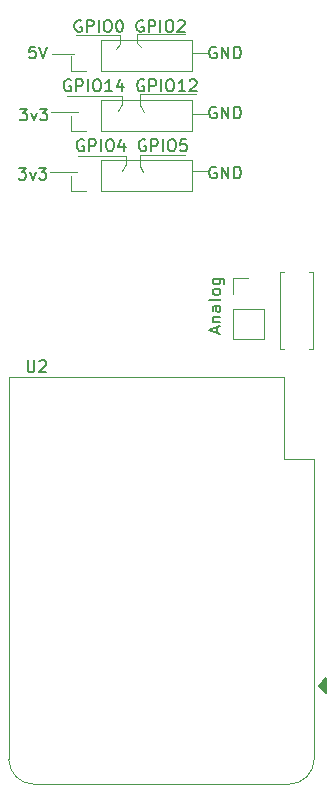
<source format=gbr>
%TF.GenerationSoftware,KiCad,Pcbnew,8.0.5*%
%TF.CreationDate,2024-11-16T19:04:16+01:00*%
%TF.ProjectId,esp8266-expansion-board,65737038-3236-4362-9d65-7870616e7369,rev?*%
%TF.SameCoordinates,Original*%
%TF.FileFunction,Legend,Top*%
%TF.FilePolarity,Positive*%
%FSLAX46Y46*%
G04 Gerber Fmt 4.6, Leading zero omitted, Abs format (unit mm)*
G04 Created by KiCad (PCBNEW 8.0.5) date 2024-11-16 19:04:16*
%MOMM*%
%LPD*%
G01*
G04 APERTURE LIST*
%ADD10C,0.100000*%
%ADD11C,0.150000*%
%ADD12C,0.120000*%
G04 APERTURE END LIST*
D10*
X62962307Y-45091664D02*
X65233937Y-45091664D01*
X76251535Y-45020615D02*
X74981672Y-45013117D01*
X68907631Y-34197463D02*
X68538864Y-34689426D01*
X69391240Y-44427979D02*
X69027290Y-45010298D01*
X69041654Y-38671571D02*
X69041654Y-39309093D01*
X64381146Y-38671571D02*
X69041654Y-38671571D01*
X63127186Y-35101994D02*
X64994906Y-35101994D01*
X70346150Y-34142135D02*
X70659673Y-34510986D01*
X65355040Y-43732114D02*
X69390512Y-43705910D01*
X68907631Y-33459761D02*
X68907631Y-34197463D01*
X65163792Y-33459761D02*
X68907631Y-33459761D01*
X74421749Y-43627297D02*
X70595912Y-43627297D01*
X74403512Y-33385991D02*
X70327707Y-33385991D01*
X70595912Y-44518245D02*
X70857956Y-45042332D01*
X63032217Y-40008717D02*
X65343855Y-39998813D01*
X70595912Y-43627297D02*
X70595912Y-44518245D01*
X76272789Y-34998783D02*
X75002926Y-34991285D01*
X69041654Y-39309093D02*
X68733884Y-39880665D01*
X69390512Y-43705910D02*
X69391240Y-44427979D01*
X70558517Y-39419011D02*
X70954220Y-39946616D01*
X75350925Y-38495703D02*
X70558517Y-38495703D01*
X70558517Y-38495703D02*
X70558517Y-39419011D01*
X76263609Y-40135065D02*
X74993746Y-40127567D01*
X70327707Y-33385991D02*
X70346150Y-34142135D01*
D11*
X77014118Y-39578640D02*
X76918880Y-39531021D01*
X76918880Y-39531021D02*
X76776023Y-39531021D01*
X76776023Y-39531021D02*
X76633166Y-39578640D01*
X76633166Y-39578640D02*
X76537928Y-39673878D01*
X76537928Y-39673878D02*
X76490309Y-39769116D01*
X76490309Y-39769116D02*
X76442690Y-39959592D01*
X76442690Y-39959592D02*
X76442690Y-40102449D01*
X76442690Y-40102449D02*
X76490309Y-40292925D01*
X76490309Y-40292925D02*
X76537928Y-40388163D01*
X76537928Y-40388163D02*
X76633166Y-40483402D01*
X76633166Y-40483402D02*
X76776023Y-40531021D01*
X76776023Y-40531021D02*
X76871261Y-40531021D01*
X76871261Y-40531021D02*
X77014118Y-40483402D01*
X77014118Y-40483402D02*
X77061737Y-40435782D01*
X77061737Y-40435782D02*
X77061737Y-40102449D01*
X77061737Y-40102449D02*
X76871261Y-40102449D01*
X77490309Y-40531021D02*
X77490309Y-39531021D01*
X77490309Y-39531021D02*
X78061737Y-40531021D01*
X78061737Y-40531021D02*
X78061737Y-39531021D01*
X78537928Y-40531021D02*
X78537928Y-39531021D01*
X78537928Y-39531021D02*
X78776023Y-39531021D01*
X78776023Y-39531021D02*
X78918880Y-39578640D01*
X78918880Y-39578640D02*
X79014118Y-39673878D01*
X79014118Y-39673878D02*
X79061737Y-39769116D01*
X79061737Y-39769116D02*
X79109356Y-39959592D01*
X79109356Y-39959592D02*
X79109356Y-40102449D01*
X79109356Y-40102449D02*
X79061737Y-40292925D01*
X79061737Y-40292925D02*
X79014118Y-40388163D01*
X79014118Y-40388163D02*
X78918880Y-40483402D01*
X78918880Y-40483402D02*
X78776023Y-40531021D01*
X78776023Y-40531021D02*
X78537928Y-40531021D01*
X60309103Y-44706601D02*
X60928150Y-44706601D01*
X60928150Y-44706601D02*
X60594817Y-45087553D01*
X60594817Y-45087553D02*
X60737674Y-45087553D01*
X60737674Y-45087553D02*
X60832912Y-45135172D01*
X60832912Y-45135172D02*
X60880531Y-45182791D01*
X60880531Y-45182791D02*
X60928150Y-45278029D01*
X60928150Y-45278029D02*
X60928150Y-45516124D01*
X60928150Y-45516124D02*
X60880531Y-45611362D01*
X60880531Y-45611362D02*
X60832912Y-45658982D01*
X60832912Y-45658982D02*
X60737674Y-45706601D01*
X60737674Y-45706601D02*
X60451960Y-45706601D01*
X60451960Y-45706601D02*
X60356722Y-45658982D01*
X60356722Y-45658982D02*
X60309103Y-45611362D01*
X61261484Y-45039934D02*
X61499579Y-45706601D01*
X61499579Y-45706601D02*
X61737674Y-45039934D01*
X62023389Y-44706601D02*
X62642436Y-44706601D01*
X62642436Y-44706601D02*
X62309103Y-45087553D01*
X62309103Y-45087553D02*
X62451960Y-45087553D01*
X62451960Y-45087553D02*
X62547198Y-45135172D01*
X62547198Y-45135172D02*
X62594817Y-45182791D01*
X62594817Y-45182791D02*
X62642436Y-45278029D01*
X62642436Y-45278029D02*
X62642436Y-45516124D01*
X62642436Y-45516124D02*
X62594817Y-45611362D01*
X62594817Y-45611362D02*
X62547198Y-45658982D01*
X62547198Y-45658982D02*
X62451960Y-45706601D01*
X62451960Y-45706601D02*
X62166246Y-45706601D01*
X62166246Y-45706601D02*
X62071008Y-45658982D01*
X62071008Y-45658982D02*
X62023389Y-45611362D01*
X65796600Y-42345720D02*
X65701362Y-42298101D01*
X65701362Y-42298101D02*
X65558505Y-42298101D01*
X65558505Y-42298101D02*
X65415648Y-42345720D01*
X65415648Y-42345720D02*
X65320410Y-42440958D01*
X65320410Y-42440958D02*
X65272791Y-42536196D01*
X65272791Y-42536196D02*
X65225172Y-42726672D01*
X65225172Y-42726672D02*
X65225172Y-42869529D01*
X65225172Y-42869529D02*
X65272791Y-43060005D01*
X65272791Y-43060005D02*
X65320410Y-43155243D01*
X65320410Y-43155243D02*
X65415648Y-43250482D01*
X65415648Y-43250482D02*
X65558505Y-43298101D01*
X65558505Y-43298101D02*
X65653743Y-43298101D01*
X65653743Y-43298101D02*
X65796600Y-43250482D01*
X65796600Y-43250482D02*
X65844219Y-43202862D01*
X65844219Y-43202862D02*
X65844219Y-42869529D01*
X65844219Y-42869529D02*
X65653743Y-42869529D01*
X66272791Y-43298101D02*
X66272791Y-42298101D01*
X66272791Y-42298101D02*
X66653743Y-42298101D01*
X66653743Y-42298101D02*
X66748981Y-42345720D01*
X66748981Y-42345720D02*
X66796600Y-42393339D01*
X66796600Y-42393339D02*
X66844219Y-42488577D01*
X66844219Y-42488577D02*
X66844219Y-42631434D01*
X66844219Y-42631434D02*
X66796600Y-42726672D01*
X66796600Y-42726672D02*
X66748981Y-42774291D01*
X66748981Y-42774291D02*
X66653743Y-42821910D01*
X66653743Y-42821910D02*
X66272791Y-42821910D01*
X67272791Y-43298101D02*
X67272791Y-42298101D01*
X67939457Y-42298101D02*
X68129933Y-42298101D01*
X68129933Y-42298101D02*
X68225171Y-42345720D01*
X68225171Y-42345720D02*
X68320409Y-42440958D01*
X68320409Y-42440958D02*
X68368028Y-42631434D01*
X68368028Y-42631434D02*
X68368028Y-42964767D01*
X68368028Y-42964767D02*
X68320409Y-43155243D01*
X68320409Y-43155243D02*
X68225171Y-43250482D01*
X68225171Y-43250482D02*
X68129933Y-43298101D01*
X68129933Y-43298101D02*
X67939457Y-43298101D01*
X67939457Y-43298101D02*
X67844219Y-43250482D01*
X67844219Y-43250482D02*
X67748981Y-43155243D01*
X67748981Y-43155243D02*
X67701362Y-42964767D01*
X67701362Y-42964767D02*
X67701362Y-42631434D01*
X67701362Y-42631434D02*
X67748981Y-42440958D01*
X67748981Y-42440958D02*
X67844219Y-42345720D01*
X67844219Y-42345720D02*
X67939457Y-42298101D01*
X69225171Y-42631434D02*
X69225171Y-43298101D01*
X68987076Y-42250482D02*
X68748981Y-42964767D01*
X68748981Y-42964767D02*
X69368028Y-42964767D01*
X71034695Y-42345720D02*
X70939457Y-42298101D01*
X70939457Y-42298101D02*
X70796600Y-42298101D01*
X70796600Y-42298101D02*
X70653743Y-42345720D01*
X70653743Y-42345720D02*
X70558505Y-42440958D01*
X70558505Y-42440958D02*
X70510886Y-42536196D01*
X70510886Y-42536196D02*
X70463267Y-42726672D01*
X70463267Y-42726672D02*
X70463267Y-42869529D01*
X70463267Y-42869529D02*
X70510886Y-43060005D01*
X70510886Y-43060005D02*
X70558505Y-43155243D01*
X70558505Y-43155243D02*
X70653743Y-43250482D01*
X70653743Y-43250482D02*
X70796600Y-43298101D01*
X70796600Y-43298101D02*
X70891838Y-43298101D01*
X70891838Y-43298101D02*
X71034695Y-43250482D01*
X71034695Y-43250482D02*
X71082314Y-43202862D01*
X71082314Y-43202862D02*
X71082314Y-42869529D01*
X71082314Y-42869529D02*
X70891838Y-42869529D01*
X71510886Y-43298101D02*
X71510886Y-42298101D01*
X71510886Y-42298101D02*
X71891838Y-42298101D01*
X71891838Y-42298101D02*
X71987076Y-42345720D01*
X71987076Y-42345720D02*
X72034695Y-42393339D01*
X72034695Y-42393339D02*
X72082314Y-42488577D01*
X72082314Y-42488577D02*
X72082314Y-42631434D01*
X72082314Y-42631434D02*
X72034695Y-42726672D01*
X72034695Y-42726672D02*
X71987076Y-42774291D01*
X71987076Y-42774291D02*
X71891838Y-42821910D01*
X71891838Y-42821910D02*
X71510886Y-42821910D01*
X72510886Y-43298101D02*
X72510886Y-42298101D01*
X73177552Y-42298101D02*
X73368028Y-42298101D01*
X73368028Y-42298101D02*
X73463266Y-42345720D01*
X73463266Y-42345720D02*
X73558504Y-42440958D01*
X73558504Y-42440958D02*
X73606123Y-42631434D01*
X73606123Y-42631434D02*
X73606123Y-42964767D01*
X73606123Y-42964767D02*
X73558504Y-43155243D01*
X73558504Y-43155243D02*
X73463266Y-43250482D01*
X73463266Y-43250482D02*
X73368028Y-43298101D01*
X73368028Y-43298101D02*
X73177552Y-43298101D01*
X73177552Y-43298101D02*
X73082314Y-43250482D01*
X73082314Y-43250482D02*
X72987076Y-43155243D01*
X72987076Y-43155243D02*
X72939457Y-42964767D01*
X72939457Y-42964767D02*
X72939457Y-42631434D01*
X72939457Y-42631434D02*
X72987076Y-42440958D01*
X72987076Y-42440958D02*
X73082314Y-42345720D01*
X73082314Y-42345720D02*
X73177552Y-42298101D01*
X74510885Y-42298101D02*
X74034695Y-42298101D01*
X74034695Y-42298101D02*
X73987076Y-42774291D01*
X73987076Y-42774291D02*
X74034695Y-42726672D01*
X74034695Y-42726672D02*
X74129933Y-42679053D01*
X74129933Y-42679053D02*
X74368028Y-42679053D01*
X74368028Y-42679053D02*
X74463266Y-42726672D01*
X74463266Y-42726672D02*
X74510885Y-42774291D01*
X74510885Y-42774291D02*
X74558504Y-42869529D01*
X74558504Y-42869529D02*
X74558504Y-43107624D01*
X74558504Y-43107624D02*
X74510885Y-43202862D01*
X74510885Y-43202862D02*
X74463266Y-43250482D01*
X74463266Y-43250482D02*
X74368028Y-43298101D01*
X74368028Y-43298101D02*
X74129933Y-43298101D01*
X74129933Y-43298101D02*
X74034695Y-43250482D01*
X74034695Y-43250482D02*
X73987076Y-43202862D01*
X65597891Y-32257562D02*
X65502653Y-32209943D01*
X65502653Y-32209943D02*
X65359796Y-32209943D01*
X65359796Y-32209943D02*
X65216939Y-32257562D01*
X65216939Y-32257562D02*
X65121701Y-32352800D01*
X65121701Y-32352800D02*
X65074082Y-32448038D01*
X65074082Y-32448038D02*
X65026463Y-32638514D01*
X65026463Y-32638514D02*
X65026463Y-32781371D01*
X65026463Y-32781371D02*
X65074082Y-32971847D01*
X65074082Y-32971847D02*
X65121701Y-33067085D01*
X65121701Y-33067085D02*
X65216939Y-33162324D01*
X65216939Y-33162324D02*
X65359796Y-33209943D01*
X65359796Y-33209943D02*
X65455034Y-33209943D01*
X65455034Y-33209943D02*
X65597891Y-33162324D01*
X65597891Y-33162324D02*
X65645510Y-33114704D01*
X65645510Y-33114704D02*
X65645510Y-32781371D01*
X65645510Y-32781371D02*
X65455034Y-32781371D01*
X66074082Y-33209943D02*
X66074082Y-32209943D01*
X66074082Y-32209943D02*
X66455034Y-32209943D01*
X66455034Y-32209943D02*
X66550272Y-32257562D01*
X66550272Y-32257562D02*
X66597891Y-32305181D01*
X66597891Y-32305181D02*
X66645510Y-32400419D01*
X66645510Y-32400419D02*
X66645510Y-32543276D01*
X66645510Y-32543276D02*
X66597891Y-32638514D01*
X66597891Y-32638514D02*
X66550272Y-32686133D01*
X66550272Y-32686133D02*
X66455034Y-32733752D01*
X66455034Y-32733752D02*
X66074082Y-32733752D01*
X67074082Y-33209943D02*
X67074082Y-32209943D01*
X67740748Y-32209943D02*
X67931224Y-32209943D01*
X67931224Y-32209943D02*
X68026462Y-32257562D01*
X68026462Y-32257562D02*
X68121700Y-32352800D01*
X68121700Y-32352800D02*
X68169319Y-32543276D01*
X68169319Y-32543276D02*
X68169319Y-32876609D01*
X68169319Y-32876609D02*
X68121700Y-33067085D01*
X68121700Y-33067085D02*
X68026462Y-33162324D01*
X68026462Y-33162324D02*
X67931224Y-33209943D01*
X67931224Y-33209943D02*
X67740748Y-33209943D01*
X67740748Y-33209943D02*
X67645510Y-33162324D01*
X67645510Y-33162324D02*
X67550272Y-33067085D01*
X67550272Y-33067085D02*
X67502653Y-32876609D01*
X67502653Y-32876609D02*
X67502653Y-32543276D01*
X67502653Y-32543276D02*
X67550272Y-32352800D01*
X67550272Y-32352800D02*
X67645510Y-32257562D01*
X67645510Y-32257562D02*
X67740748Y-32209943D01*
X68788367Y-32209943D02*
X68883605Y-32209943D01*
X68883605Y-32209943D02*
X68978843Y-32257562D01*
X68978843Y-32257562D02*
X69026462Y-32305181D01*
X69026462Y-32305181D02*
X69074081Y-32400419D01*
X69074081Y-32400419D02*
X69121700Y-32590895D01*
X69121700Y-32590895D02*
X69121700Y-32828990D01*
X69121700Y-32828990D02*
X69074081Y-33019466D01*
X69074081Y-33019466D02*
X69026462Y-33114704D01*
X69026462Y-33114704D02*
X68978843Y-33162324D01*
X68978843Y-33162324D02*
X68883605Y-33209943D01*
X68883605Y-33209943D02*
X68788367Y-33209943D01*
X68788367Y-33209943D02*
X68693129Y-33162324D01*
X68693129Y-33162324D02*
X68645510Y-33114704D01*
X68645510Y-33114704D02*
X68597891Y-33019466D01*
X68597891Y-33019466D02*
X68550272Y-32828990D01*
X68550272Y-32828990D02*
X68550272Y-32590895D01*
X68550272Y-32590895D02*
X68597891Y-32400419D01*
X68597891Y-32400419D02*
X68645510Y-32305181D01*
X68645510Y-32305181D02*
X68693129Y-32257562D01*
X68693129Y-32257562D02*
X68788367Y-32209943D01*
X70835986Y-32257562D02*
X70740748Y-32209943D01*
X70740748Y-32209943D02*
X70597891Y-32209943D01*
X70597891Y-32209943D02*
X70455034Y-32257562D01*
X70455034Y-32257562D02*
X70359796Y-32352800D01*
X70359796Y-32352800D02*
X70312177Y-32448038D01*
X70312177Y-32448038D02*
X70264558Y-32638514D01*
X70264558Y-32638514D02*
X70264558Y-32781371D01*
X70264558Y-32781371D02*
X70312177Y-32971847D01*
X70312177Y-32971847D02*
X70359796Y-33067085D01*
X70359796Y-33067085D02*
X70455034Y-33162324D01*
X70455034Y-33162324D02*
X70597891Y-33209943D01*
X70597891Y-33209943D02*
X70693129Y-33209943D01*
X70693129Y-33209943D02*
X70835986Y-33162324D01*
X70835986Y-33162324D02*
X70883605Y-33114704D01*
X70883605Y-33114704D02*
X70883605Y-32781371D01*
X70883605Y-32781371D02*
X70693129Y-32781371D01*
X71312177Y-33209943D02*
X71312177Y-32209943D01*
X71312177Y-32209943D02*
X71693129Y-32209943D01*
X71693129Y-32209943D02*
X71788367Y-32257562D01*
X71788367Y-32257562D02*
X71835986Y-32305181D01*
X71835986Y-32305181D02*
X71883605Y-32400419D01*
X71883605Y-32400419D02*
X71883605Y-32543276D01*
X71883605Y-32543276D02*
X71835986Y-32638514D01*
X71835986Y-32638514D02*
X71788367Y-32686133D01*
X71788367Y-32686133D02*
X71693129Y-32733752D01*
X71693129Y-32733752D02*
X71312177Y-32733752D01*
X72312177Y-33209943D02*
X72312177Y-32209943D01*
X72978843Y-32209943D02*
X73169319Y-32209943D01*
X73169319Y-32209943D02*
X73264557Y-32257562D01*
X73264557Y-32257562D02*
X73359795Y-32352800D01*
X73359795Y-32352800D02*
X73407414Y-32543276D01*
X73407414Y-32543276D02*
X73407414Y-32876609D01*
X73407414Y-32876609D02*
X73359795Y-33067085D01*
X73359795Y-33067085D02*
X73264557Y-33162324D01*
X73264557Y-33162324D02*
X73169319Y-33209943D01*
X73169319Y-33209943D02*
X72978843Y-33209943D01*
X72978843Y-33209943D02*
X72883605Y-33162324D01*
X72883605Y-33162324D02*
X72788367Y-33067085D01*
X72788367Y-33067085D02*
X72740748Y-32876609D01*
X72740748Y-32876609D02*
X72740748Y-32543276D01*
X72740748Y-32543276D02*
X72788367Y-32352800D01*
X72788367Y-32352800D02*
X72883605Y-32257562D01*
X72883605Y-32257562D02*
X72978843Y-32209943D01*
X73788367Y-32305181D02*
X73835986Y-32257562D01*
X73835986Y-32257562D02*
X73931224Y-32209943D01*
X73931224Y-32209943D02*
X74169319Y-32209943D01*
X74169319Y-32209943D02*
X74264557Y-32257562D01*
X74264557Y-32257562D02*
X74312176Y-32305181D01*
X74312176Y-32305181D02*
X74359795Y-32400419D01*
X74359795Y-32400419D02*
X74359795Y-32495657D01*
X74359795Y-32495657D02*
X74312176Y-32638514D01*
X74312176Y-32638514D02*
X73740748Y-33209943D01*
X73740748Y-33209943D02*
X74359795Y-33209943D01*
X64698830Y-37277106D02*
X64603592Y-37229487D01*
X64603592Y-37229487D02*
X64460735Y-37229487D01*
X64460735Y-37229487D02*
X64317878Y-37277106D01*
X64317878Y-37277106D02*
X64222640Y-37372344D01*
X64222640Y-37372344D02*
X64175021Y-37467582D01*
X64175021Y-37467582D02*
X64127402Y-37658058D01*
X64127402Y-37658058D02*
X64127402Y-37800915D01*
X64127402Y-37800915D02*
X64175021Y-37991391D01*
X64175021Y-37991391D02*
X64222640Y-38086629D01*
X64222640Y-38086629D02*
X64317878Y-38181868D01*
X64317878Y-38181868D02*
X64460735Y-38229487D01*
X64460735Y-38229487D02*
X64555973Y-38229487D01*
X64555973Y-38229487D02*
X64698830Y-38181868D01*
X64698830Y-38181868D02*
X64746449Y-38134248D01*
X64746449Y-38134248D02*
X64746449Y-37800915D01*
X64746449Y-37800915D02*
X64555973Y-37800915D01*
X65175021Y-38229487D02*
X65175021Y-37229487D01*
X65175021Y-37229487D02*
X65555973Y-37229487D01*
X65555973Y-37229487D02*
X65651211Y-37277106D01*
X65651211Y-37277106D02*
X65698830Y-37324725D01*
X65698830Y-37324725D02*
X65746449Y-37419963D01*
X65746449Y-37419963D02*
X65746449Y-37562820D01*
X65746449Y-37562820D02*
X65698830Y-37658058D01*
X65698830Y-37658058D02*
X65651211Y-37705677D01*
X65651211Y-37705677D02*
X65555973Y-37753296D01*
X65555973Y-37753296D02*
X65175021Y-37753296D01*
X66175021Y-38229487D02*
X66175021Y-37229487D01*
X66841687Y-37229487D02*
X67032163Y-37229487D01*
X67032163Y-37229487D02*
X67127401Y-37277106D01*
X67127401Y-37277106D02*
X67222639Y-37372344D01*
X67222639Y-37372344D02*
X67270258Y-37562820D01*
X67270258Y-37562820D02*
X67270258Y-37896153D01*
X67270258Y-37896153D02*
X67222639Y-38086629D01*
X67222639Y-38086629D02*
X67127401Y-38181868D01*
X67127401Y-38181868D02*
X67032163Y-38229487D01*
X67032163Y-38229487D02*
X66841687Y-38229487D01*
X66841687Y-38229487D02*
X66746449Y-38181868D01*
X66746449Y-38181868D02*
X66651211Y-38086629D01*
X66651211Y-38086629D02*
X66603592Y-37896153D01*
X66603592Y-37896153D02*
X66603592Y-37562820D01*
X66603592Y-37562820D02*
X66651211Y-37372344D01*
X66651211Y-37372344D02*
X66746449Y-37277106D01*
X66746449Y-37277106D02*
X66841687Y-37229487D01*
X68222639Y-38229487D02*
X67651211Y-38229487D01*
X67936925Y-38229487D02*
X67936925Y-37229487D01*
X67936925Y-37229487D02*
X67841687Y-37372344D01*
X67841687Y-37372344D02*
X67746449Y-37467582D01*
X67746449Y-37467582D02*
X67651211Y-37515201D01*
X69079782Y-37562820D02*
X69079782Y-38229487D01*
X68841687Y-37181868D02*
X68603592Y-37896153D01*
X68603592Y-37896153D02*
X69222639Y-37896153D01*
X70889306Y-37277106D02*
X70794068Y-37229487D01*
X70794068Y-37229487D02*
X70651211Y-37229487D01*
X70651211Y-37229487D02*
X70508354Y-37277106D01*
X70508354Y-37277106D02*
X70413116Y-37372344D01*
X70413116Y-37372344D02*
X70365497Y-37467582D01*
X70365497Y-37467582D02*
X70317878Y-37658058D01*
X70317878Y-37658058D02*
X70317878Y-37800915D01*
X70317878Y-37800915D02*
X70365497Y-37991391D01*
X70365497Y-37991391D02*
X70413116Y-38086629D01*
X70413116Y-38086629D02*
X70508354Y-38181868D01*
X70508354Y-38181868D02*
X70651211Y-38229487D01*
X70651211Y-38229487D02*
X70746449Y-38229487D01*
X70746449Y-38229487D02*
X70889306Y-38181868D01*
X70889306Y-38181868D02*
X70936925Y-38134248D01*
X70936925Y-38134248D02*
X70936925Y-37800915D01*
X70936925Y-37800915D02*
X70746449Y-37800915D01*
X71365497Y-38229487D02*
X71365497Y-37229487D01*
X71365497Y-37229487D02*
X71746449Y-37229487D01*
X71746449Y-37229487D02*
X71841687Y-37277106D01*
X71841687Y-37277106D02*
X71889306Y-37324725D01*
X71889306Y-37324725D02*
X71936925Y-37419963D01*
X71936925Y-37419963D02*
X71936925Y-37562820D01*
X71936925Y-37562820D02*
X71889306Y-37658058D01*
X71889306Y-37658058D02*
X71841687Y-37705677D01*
X71841687Y-37705677D02*
X71746449Y-37753296D01*
X71746449Y-37753296D02*
X71365497Y-37753296D01*
X72365497Y-38229487D02*
X72365497Y-37229487D01*
X73032163Y-37229487D02*
X73222639Y-37229487D01*
X73222639Y-37229487D02*
X73317877Y-37277106D01*
X73317877Y-37277106D02*
X73413115Y-37372344D01*
X73413115Y-37372344D02*
X73460734Y-37562820D01*
X73460734Y-37562820D02*
X73460734Y-37896153D01*
X73460734Y-37896153D02*
X73413115Y-38086629D01*
X73413115Y-38086629D02*
X73317877Y-38181868D01*
X73317877Y-38181868D02*
X73222639Y-38229487D01*
X73222639Y-38229487D02*
X73032163Y-38229487D01*
X73032163Y-38229487D02*
X72936925Y-38181868D01*
X72936925Y-38181868D02*
X72841687Y-38086629D01*
X72841687Y-38086629D02*
X72794068Y-37896153D01*
X72794068Y-37896153D02*
X72794068Y-37562820D01*
X72794068Y-37562820D02*
X72841687Y-37372344D01*
X72841687Y-37372344D02*
X72936925Y-37277106D01*
X72936925Y-37277106D02*
X73032163Y-37229487D01*
X74413115Y-38229487D02*
X73841687Y-38229487D01*
X74127401Y-38229487D02*
X74127401Y-37229487D01*
X74127401Y-37229487D02*
X74032163Y-37372344D01*
X74032163Y-37372344D02*
X73936925Y-37467582D01*
X73936925Y-37467582D02*
X73841687Y-37515201D01*
X74794068Y-37324725D02*
X74841687Y-37277106D01*
X74841687Y-37277106D02*
X74936925Y-37229487D01*
X74936925Y-37229487D02*
X75175020Y-37229487D01*
X75175020Y-37229487D02*
X75270258Y-37277106D01*
X75270258Y-37277106D02*
X75317877Y-37324725D01*
X75317877Y-37324725D02*
X75365496Y-37419963D01*
X75365496Y-37419963D02*
X75365496Y-37515201D01*
X75365496Y-37515201D02*
X75317877Y-37658058D01*
X75317877Y-37658058D02*
X74746449Y-38229487D01*
X74746449Y-38229487D02*
X75365496Y-38229487D01*
X77101133Y-58657190D02*
X77101133Y-58181000D01*
X77386848Y-58752428D02*
X76386848Y-58419095D01*
X76386848Y-58419095D02*
X77386848Y-58085762D01*
X76720181Y-57752428D02*
X77386848Y-57752428D01*
X76815419Y-57752428D02*
X76767800Y-57704809D01*
X76767800Y-57704809D02*
X76720181Y-57609571D01*
X76720181Y-57609571D02*
X76720181Y-57466714D01*
X76720181Y-57466714D02*
X76767800Y-57371476D01*
X76767800Y-57371476D02*
X76863038Y-57323857D01*
X76863038Y-57323857D02*
X77386848Y-57323857D01*
X77386848Y-56419095D02*
X76863038Y-56419095D01*
X76863038Y-56419095D02*
X76767800Y-56466714D01*
X76767800Y-56466714D02*
X76720181Y-56561952D01*
X76720181Y-56561952D02*
X76720181Y-56752428D01*
X76720181Y-56752428D02*
X76767800Y-56847666D01*
X77339229Y-56419095D02*
X77386848Y-56514333D01*
X77386848Y-56514333D02*
X77386848Y-56752428D01*
X77386848Y-56752428D02*
X77339229Y-56847666D01*
X77339229Y-56847666D02*
X77243990Y-56895285D01*
X77243990Y-56895285D02*
X77148752Y-56895285D01*
X77148752Y-56895285D02*
X77053514Y-56847666D01*
X77053514Y-56847666D02*
X77005895Y-56752428D01*
X77005895Y-56752428D02*
X77005895Y-56514333D01*
X77005895Y-56514333D02*
X76958276Y-56419095D01*
X77386848Y-55800047D02*
X77339229Y-55895285D01*
X77339229Y-55895285D02*
X77243990Y-55942904D01*
X77243990Y-55942904D02*
X76386848Y-55942904D01*
X77386848Y-55276237D02*
X77339229Y-55371475D01*
X77339229Y-55371475D02*
X77291609Y-55419094D01*
X77291609Y-55419094D02*
X77196371Y-55466713D01*
X77196371Y-55466713D02*
X76910657Y-55466713D01*
X76910657Y-55466713D02*
X76815419Y-55419094D01*
X76815419Y-55419094D02*
X76767800Y-55371475D01*
X76767800Y-55371475D02*
X76720181Y-55276237D01*
X76720181Y-55276237D02*
X76720181Y-55133380D01*
X76720181Y-55133380D02*
X76767800Y-55038142D01*
X76767800Y-55038142D02*
X76815419Y-54990523D01*
X76815419Y-54990523D02*
X76910657Y-54942904D01*
X76910657Y-54942904D02*
X77196371Y-54942904D01*
X77196371Y-54942904D02*
X77291609Y-54990523D01*
X77291609Y-54990523D02*
X77339229Y-55038142D01*
X77339229Y-55038142D02*
X77386848Y-55133380D01*
X77386848Y-55133380D02*
X77386848Y-55276237D01*
X76720181Y-54085761D02*
X77529705Y-54085761D01*
X77529705Y-54085761D02*
X77624943Y-54133380D01*
X77624943Y-54133380D02*
X77672562Y-54180999D01*
X77672562Y-54180999D02*
X77720181Y-54276237D01*
X77720181Y-54276237D02*
X77720181Y-54419094D01*
X77720181Y-54419094D02*
X77672562Y-54514332D01*
X77339229Y-54085761D02*
X77386848Y-54180999D01*
X77386848Y-54180999D02*
X77386848Y-54371475D01*
X77386848Y-54371475D02*
X77339229Y-54466713D01*
X77339229Y-54466713D02*
X77291609Y-54514332D01*
X77291609Y-54514332D02*
X77196371Y-54561951D01*
X77196371Y-54561951D02*
X76910657Y-54561951D01*
X76910657Y-54561951D02*
X76815419Y-54514332D01*
X76815419Y-54514332D02*
X76767800Y-54466713D01*
X76767800Y-54466713D02*
X76720181Y-54371475D01*
X76720181Y-54371475D02*
X76720181Y-54180999D01*
X76720181Y-54180999D02*
X76767800Y-54085761D01*
X77014118Y-34498640D02*
X76918880Y-34451021D01*
X76918880Y-34451021D02*
X76776023Y-34451021D01*
X76776023Y-34451021D02*
X76633166Y-34498640D01*
X76633166Y-34498640D02*
X76537928Y-34593878D01*
X76537928Y-34593878D02*
X76490309Y-34689116D01*
X76490309Y-34689116D02*
X76442690Y-34879592D01*
X76442690Y-34879592D02*
X76442690Y-35022449D01*
X76442690Y-35022449D02*
X76490309Y-35212925D01*
X76490309Y-35212925D02*
X76537928Y-35308163D01*
X76537928Y-35308163D02*
X76633166Y-35403402D01*
X76633166Y-35403402D02*
X76776023Y-35451021D01*
X76776023Y-35451021D02*
X76871261Y-35451021D01*
X76871261Y-35451021D02*
X77014118Y-35403402D01*
X77014118Y-35403402D02*
X77061737Y-35355782D01*
X77061737Y-35355782D02*
X77061737Y-35022449D01*
X77061737Y-35022449D02*
X76871261Y-35022449D01*
X77490309Y-35451021D02*
X77490309Y-34451021D01*
X77490309Y-34451021D02*
X78061737Y-35451021D01*
X78061737Y-35451021D02*
X78061737Y-34451021D01*
X78537928Y-35451021D02*
X78537928Y-34451021D01*
X78537928Y-34451021D02*
X78776023Y-34451021D01*
X78776023Y-34451021D02*
X78918880Y-34498640D01*
X78918880Y-34498640D02*
X79014118Y-34593878D01*
X79014118Y-34593878D02*
X79061737Y-34689116D01*
X79061737Y-34689116D02*
X79109356Y-34879592D01*
X79109356Y-34879592D02*
X79109356Y-35022449D01*
X79109356Y-35022449D02*
X79061737Y-35212925D01*
X79061737Y-35212925D02*
X79014118Y-35308163D01*
X79014118Y-35308163D02*
X78918880Y-35403402D01*
X78918880Y-35403402D02*
X78776023Y-35451021D01*
X78776023Y-35451021D02*
X78537928Y-35451021D01*
X61726499Y-34451021D02*
X61250309Y-34451021D01*
X61250309Y-34451021D02*
X61202690Y-34927211D01*
X61202690Y-34927211D02*
X61250309Y-34879592D01*
X61250309Y-34879592D02*
X61345547Y-34831973D01*
X61345547Y-34831973D02*
X61583642Y-34831973D01*
X61583642Y-34831973D02*
X61678880Y-34879592D01*
X61678880Y-34879592D02*
X61726499Y-34927211D01*
X61726499Y-34927211D02*
X61774118Y-35022449D01*
X61774118Y-35022449D02*
X61774118Y-35260544D01*
X61774118Y-35260544D02*
X61726499Y-35355782D01*
X61726499Y-35355782D02*
X61678880Y-35403402D01*
X61678880Y-35403402D02*
X61583642Y-35451021D01*
X61583642Y-35451021D02*
X61345547Y-35451021D01*
X61345547Y-35451021D02*
X61250309Y-35403402D01*
X61250309Y-35403402D02*
X61202690Y-35355782D01*
X62059833Y-34451021D02*
X62393166Y-35451021D01*
X62393166Y-35451021D02*
X62726499Y-34451021D01*
X77014118Y-44658640D02*
X76918880Y-44611021D01*
X76918880Y-44611021D02*
X76776023Y-44611021D01*
X76776023Y-44611021D02*
X76633166Y-44658640D01*
X76633166Y-44658640D02*
X76537928Y-44753878D01*
X76537928Y-44753878D02*
X76490309Y-44849116D01*
X76490309Y-44849116D02*
X76442690Y-45039592D01*
X76442690Y-45039592D02*
X76442690Y-45182449D01*
X76442690Y-45182449D02*
X76490309Y-45372925D01*
X76490309Y-45372925D02*
X76537928Y-45468163D01*
X76537928Y-45468163D02*
X76633166Y-45563402D01*
X76633166Y-45563402D02*
X76776023Y-45611021D01*
X76776023Y-45611021D02*
X76871261Y-45611021D01*
X76871261Y-45611021D02*
X77014118Y-45563402D01*
X77014118Y-45563402D02*
X77061737Y-45515782D01*
X77061737Y-45515782D02*
X77061737Y-45182449D01*
X77061737Y-45182449D02*
X76871261Y-45182449D01*
X77490309Y-45611021D02*
X77490309Y-44611021D01*
X77490309Y-44611021D02*
X78061737Y-45611021D01*
X78061737Y-45611021D02*
X78061737Y-44611021D01*
X78537928Y-45611021D02*
X78537928Y-44611021D01*
X78537928Y-44611021D02*
X78776023Y-44611021D01*
X78776023Y-44611021D02*
X78918880Y-44658640D01*
X78918880Y-44658640D02*
X79014118Y-44753878D01*
X79014118Y-44753878D02*
X79061737Y-44849116D01*
X79061737Y-44849116D02*
X79109356Y-45039592D01*
X79109356Y-45039592D02*
X79109356Y-45182449D01*
X79109356Y-45182449D02*
X79061737Y-45372925D01*
X79061737Y-45372925D02*
X79014118Y-45468163D01*
X79014118Y-45468163D02*
X78918880Y-45563402D01*
X78918880Y-45563402D02*
X78776023Y-45611021D01*
X78776023Y-45611021D02*
X78537928Y-45611021D01*
X60404683Y-39704574D02*
X61023730Y-39704574D01*
X61023730Y-39704574D02*
X60690397Y-40085526D01*
X60690397Y-40085526D02*
X60833254Y-40085526D01*
X60833254Y-40085526D02*
X60928492Y-40133145D01*
X60928492Y-40133145D02*
X60976111Y-40180764D01*
X60976111Y-40180764D02*
X61023730Y-40276002D01*
X61023730Y-40276002D02*
X61023730Y-40514097D01*
X61023730Y-40514097D02*
X60976111Y-40609335D01*
X60976111Y-40609335D02*
X60928492Y-40656955D01*
X60928492Y-40656955D02*
X60833254Y-40704574D01*
X60833254Y-40704574D02*
X60547540Y-40704574D01*
X60547540Y-40704574D02*
X60452302Y-40656955D01*
X60452302Y-40656955D02*
X60404683Y-40609335D01*
X61357064Y-40037907D02*
X61595159Y-40704574D01*
X61595159Y-40704574D02*
X61833254Y-40037907D01*
X62118969Y-39704574D02*
X62738016Y-39704574D01*
X62738016Y-39704574D02*
X62404683Y-40085526D01*
X62404683Y-40085526D02*
X62547540Y-40085526D01*
X62547540Y-40085526D02*
X62642778Y-40133145D01*
X62642778Y-40133145D02*
X62690397Y-40180764D01*
X62690397Y-40180764D02*
X62738016Y-40276002D01*
X62738016Y-40276002D02*
X62738016Y-40514097D01*
X62738016Y-40514097D02*
X62690397Y-40609335D01*
X62690397Y-40609335D02*
X62642778Y-40656955D01*
X62642778Y-40656955D02*
X62547540Y-40704574D01*
X62547540Y-40704574D02*
X62261826Y-40704574D01*
X62261826Y-40704574D02*
X62166588Y-40656955D01*
X62166588Y-40656955D02*
X62118969Y-40609335D01*
X61058095Y-61008006D02*
X61058095Y-61817529D01*
X61058095Y-61817529D02*
X61105714Y-61912767D01*
X61105714Y-61912767D02*
X61153333Y-61960387D01*
X61153333Y-61960387D02*
X61248571Y-62008006D01*
X61248571Y-62008006D02*
X61439047Y-62008006D01*
X61439047Y-62008006D02*
X61534285Y-61960387D01*
X61534285Y-61960387D02*
X61581904Y-61912767D01*
X61581904Y-61912767D02*
X61629523Y-61817529D01*
X61629523Y-61817529D02*
X61629523Y-61008006D01*
X62058095Y-61103244D02*
X62105714Y-61055625D01*
X62105714Y-61055625D02*
X62200952Y-61008006D01*
X62200952Y-61008006D02*
X62439047Y-61008006D01*
X62439047Y-61008006D02*
X62534285Y-61055625D01*
X62534285Y-61055625D02*
X62581904Y-61103244D01*
X62581904Y-61103244D02*
X62629523Y-61198482D01*
X62629523Y-61198482D02*
X62629523Y-61293720D01*
X62629523Y-61293720D02*
X62581904Y-61436577D01*
X62581904Y-61436577D02*
X62010476Y-62008006D01*
X62010476Y-62008006D02*
X62629523Y-62008006D01*
D12*
%TO.C,J9*%
X64710000Y-41623187D02*
X64710000Y-40293187D01*
X66040000Y-41623187D02*
X64710000Y-41623187D01*
X67310000Y-38963187D02*
X74990000Y-38963187D01*
X67310000Y-41623187D02*
X67310000Y-38963187D01*
X67310000Y-41623187D02*
X74990000Y-41623187D01*
X74990000Y-41623187D02*
X74990000Y-38963187D01*
%TO.C,J8*%
X64710000Y-46703187D02*
X64710000Y-45373187D01*
X66040000Y-46703187D02*
X64710000Y-46703187D01*
X67310000Y-44043187D02*
X74990000Y-44043187D01*
X67310000Y-46703187D02*
X67310000Y-44043187D01*
X67310000Y-46703187D02*
X74990000Y-46703187D01*
X74990000Y-46703187D02*
X74990000Y-44043187D01*
%TO.C,J7*%
X78421775Y-54037942D02*
X79751775Y-54037942D01*
X78421775Y-55367942D02*
X78421775Y-54037942D01*
X78421775Y-56637942D02*
X78421775Y-59237942D01*
X78421775Y-56637942D02*
X81081775Y-56637942D01*
X78421775Y-59237942D02*
X81081775Y-59237942D01*
X81081775Y-56637942D02*
X81081775Y-59237942D01*
%TO.C,R2*%
X82450000Y-53533187D02*
X82450000Y-60073187D01*
X82450000Y-60073187D02*
X82780000Y-60073187D01*
X82780000Y-53533187D02*
X82450000Y-53533187D01*
X84860000Y-53533187D02*
X85190000Y-53533187D01*
X85190000Y-53533187D02*
X85190000Y-60073187D01*
X85190000Y-60073187D02*
X84860000Y-60073187D01*
%TO.C,J10*%
X64710000Y-36543187D02*
X64710000Y-35213187D01*
X66040000Y-36543187D02*
X64710000Y-36543187D01*
X67310000Y-33883187D02*
X74990000Y-33883187D01*
X67310000Y-36543187D02*
X67310000Y-33883187D01*
X67310000Y-36543187D02*
X74990000Y-36543187D01*
X74990000Y-36543187D02*
X74990000Y-33883187D01*
%TO.C,U2*%
X59460000Y-62433187D02*
X59460000Y-94763187D01*
X61580000Y-96893187D02*
X83190000Y-96893187D01*
X82780000Y-62433187D02*
X59460000Y-62433187D01*
X82780000Y-69333187D02*
X82780000Y-62433187D01*
X85320000Y-69333187D02*
X82780000Y-69333187D01*
X85320000Y-69333187D02*
X85320000Y-94763187D01*
X61590000Y-96893187D02*
G75*
G02*
X59460000Y-94763187I0J2130000D01*
G01*
X85320000Y-94763187D02*
G75*
G02*
X83190000Y-96893187I-2130002J2D01*
G01*
D11*
X86360000Y-89188187D02*
X85725000Y-88553187D01*
X86360000Y-87918187D01*
X86360000Y-89188187D01*
G36*
X86360000Y-89188187D02*
G01*
X85725000Y-88553187D01*
X86360000Y-87918187D01*
X86360000Y-89188187D01*
G37*
%TD*%
M02*

</source>
